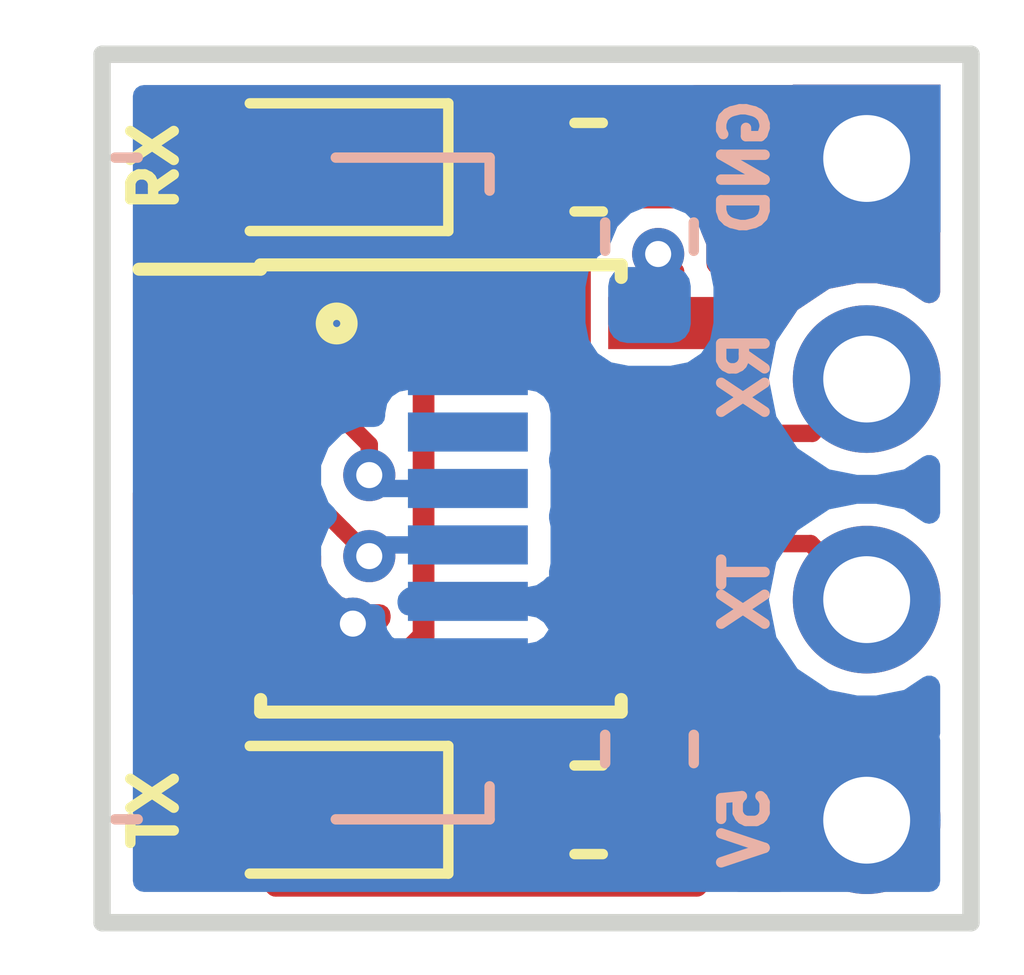
<source format=kicad_pcb>
(kicad_pcb (version 20171130) (host pcbnew 5.0.0)

  (general
    (thickness 1.6)
    (drawings 11)
    (tracks 47)
    (zones 0)
    (modules 9)
    (nets 12)
  )

  (page A4)
  (layers
    (0 F.Cu signal)
    (31 B.Cu signal)
    (32 B.Adhes user)
    (33 F.Adhes user)
    (34 B.Paste user)
    (35 F.Paste user)
    (36 B.SilkS user)
    (37 F.SilkS user)
    (38 B.Mask user)
    (39 F.Mask user)
    (40 Dwgs.User user)
    (41 Cmts.User user)
    (42 Eco1.User user)
    (43 Eco2.User user)
    (44 Edge.Cuts user)
    (45 Margin user)
    (46 B.CrtYd user)
    (47 F.CrtYd user)
    (48 B.Fab user hide)
    (49 F.Fab user hide)
  )

  (setup
    (last_trace_width 0.25)
    (user_trace_width 0.2)
    (user_trace_width 0.6)
    (user_trace_width 0.8)
    (trace_clearance 0.2)
    (zone_clearance 0.254)
    (zone_45_only no)
    (trace_min 0.2)
    (segment_width 0.2)
    (edge_width 0.15)
    (via_size 0.6)
    (via_drill 0.3)
    (via_min_size 0.3)
    (via_min_drill 0.3)
    (uvia_size 0.3)
    (uvia_drill 0.1)
    (uvias_allowed no)
    (uvia_min_size 0.2)
    (uvia_min_drill 0.1)
    (pcb_text_width 0.3)
    (pcb_text_size 1.5 1.5)
    (mod_edge_width 0.15)
    (mod_text_size 1 1)
    (mod_text_width 0.15)
    (pad_size 1.524 1.524)
    (pad_drill 0.762)
    (pad_to_mask_clearance 0.2)
    (aux_axis_origin 0 0)
    (visible_elements FFFFFF7F)
    (pcbplotparams
      (layerselection 0x010fc_ffffffff)
      (usegerberextensions false)
      (usegerberattributes false)
      (usegerberadvancedattributes false)
      (creategerberjobfile false)
      (excludeedgelayer true)
      (linewidth 0.100000)
      (plotframeref false)
      (viasonmask false)
      (mode 1)
      (useauxorigin false)
      (hpglpennumber 1)
      (hpglpenspeed 20)
      (hpglpendiameter 15.000000)
      (psnegative false)
      (psa4output false)
      (plotreference true)
      (plotvalue true)
      (plotinvisibletext false)
      (padsonsilk false)
      (subtractmaskfromsilk false)
      (outputformat 1)
      (mirror false)
      (drillshape 1)
      (scaleselection 1)
      (outputdirectory ""))
  )

  (net 0 "")
  (net 1 VBUS)
  (net 2 /D+)
  (net 3 /D-)
  (net 4 GND)
  (net 5 /RTS)
  (net 6 /TXD)
  (net 7 /RXD)
  (net 8 /V3)
  (net 9 "Net-(J1-Pad4)")
  (net 10 "Net-(D1-Pad1)")
  (net 11 "Net-(D2-Pad1)")

  (net_class Default "Dies ist die voreingestellte Netzklasse."
    (clearance 0.2)
    (trace_width 0.25)
    (via_dia 0.6)
    (via_drill 0.3)
    (uvia_dia 0.3)
    (uvia_drill 0.1)
    (add_net /D+)
    (add_net /D-)
    (add_net /RTS)
    (add_net /RXD)
    (add_net /TXD)
    (add_net /V3)
    (add_net GND)
    (add_net "Net-(D1-Pad1)")
    (add_net "Net-(D2-Pad1)")
    (add_net "Net-(J1-Pad4)")
    (add_net VBUS)
  )

  (module otter:PinHeader_1x04_P2.54mm_Vertica_WITHOUT_SILK (layer F.Cu) (tedit 5BD76E23) (tstamp 5BEDEAAA)
    (at 193.8 76.2)
    (descr "Through hole straight pin header, 1x04, 2.54mm pitch, single row")
    (tags "Through hole pin header THT 1x04 2.54mm single row")
    (path /5BD7A3B0)
    (fp_text reference J2 (at 0 -2.33) (layer F.SilkS) hide
      (effects (font (size 1 1) (thickness 0.15)))
    )
    (fp_text value Conn_01x04_Female (at 0 9.95) (layer F.Fab)
      (effects (font (size 1 1) (thickness 0.15)))
    )
    (fp_line (start -0.635 -1.27) (end 1.27 -1.27) (layer F.Fab) (width 0.1))
    (fp_line (start 1.27 -1.27) (end 1.27 8.89) (layer F.Fab) (width 0.1))
    (fp_line (start 1.27 8.89) (end -1.27 8.89) (layer F.Fab) (width 0.1))
    (fp_line (start -1.27 8.89) (end -1.27 -0.635) (layer F.Fab) (width 0.1))
    (fp_line (start -1.27 -0.635) (end -0.635 -1.27) (layer F.Fab) (width 0.1))
    (fp_line (start -1.8 -1.8) (end -1.8 9.4) (layer F.CrtYd) (width 0.05))
    (fp_line (start -1.8 9.4) (end 1.8 9.4) (layer F.CrtYd) (width 0.05))
    (fp_line (start 1.8 9.4) (end 1.8 -1.8) (layer F.CrtYd) (width 0.05))
    (fp_line (start 1.8 -1.8) (end -1.8 -1.8) (layer F.CrtYd) (width 0.05))
    (fp_text user %R (at 0 3.81 90) (layer F.Fab)
      (effects (font (size 1 1) (thickness 0.15)))
    )
    (pad 1 thru_hole rect (at 0 0) (size 1.7 1.7) (drill 1) (layers *.Cu *.Mask)
      (net 4 GND))
    (pad 2 thru_hole oval (at 0 2.54) (size 1.7 1.7) (drill 1) (layers *.Cu *.Mask)
      (net 7 /RXD))
    (pad 3 thru_hole oval (at 0 5.08) (size 1.7 1.7) (drill 1) (layers *.Cu *.Mask)
      (net 6 /TXD))
    (pad 4 thru_hole oval (at 0 7.62) (size 1.7 1.7) (drill 1) (layers *.Cu *.Mask)
      (net 1 VBUS))
    (model ${KISYS3DMOD}/Connector_PinHeader_2.54mm.3dshapes/PinHeader_1x04_P2.54mm_Vertical.wrl
      (at (xyz 0 0 0))
      (scale (xyz 1 1 1))
      (rotate (xyz 0 0 0))
    )
  )

  (module Capacitor_SMD:C_0603_1608Metric (layer B.Cu) (tedit 5BD76CA9) (tstamp 5BEDE679)
    (at 191.3 77.1 90)
    (descr "Capacitor SMD 0603 (1608 Metric), square (rectangular) end terminal, IPC_7351 nominal, (Body size source: http://www.tortai-tech.com/upload/download/2011102023233369053.pdf), generated with kicad-footprint-generator")
    (tags capacitor)
    (path /5BD79873)
    (attr smd)
    (fp_text reference C2 (at 0 1.43 90) (layer B.SilkS) hide
      (effects (font (size 1 1) (thickness 0.15)) (justify mirror))
    )
    (fp_text value 100n (at 0 -1.43 90) (layer B.Fab)
      (effects (font (size 1 1) (thickness 0.15)) (justify mirror))
    )
    (fp_text user %R (at 0 0 90) (layer B.Fab)
      (effects (font (size 0.4 0.4) (thickness 0.06)) (justify mirror))
    )
    (fp_line (start 1.48 -0.73) (end -1.48 -0.73) (layer B.CrtYd) (width 0.05))
    (fp_line (start 1.48 0.73) (end 1.48 -0.73) (layer B.CrtYd) (width 0.05))
    (fp_line (start -1.48 0.73) (end 1.48 0.73) (layer B.CrtYd) (width 0.05))
    (fp_line (start -1.48 -0.73) (end -1.48 0.73) (layer B.CrtYd) (width 0.05))
    (fp_line (start -0.162779 -0.51) (end 0.162779 -0.51) (layer B.SilkS) (width 0.12))
    (fp_line (start -0.162779 0.51) (end 0.162779 0.51) (layer B.SilkS) (width 0.12))
    (fp_line (start 0.8 -0.4) (end -0.8 -0.4) (layer B.Fab) (width 0.1))
    (fp_line (start 0.8 0.4) (end 0.8 -0.4) (layer B.Fab) (width 0.1))
    (fp_line (start -0.8 0.4) (end 0.8 0.4) (layer B.Fab) (width 0.1))
    (fp_line (start -0.8 -0.4) (end -0.8 0.4) (layer B.Fab) (width 0.1))
    (pad 2 smd roundrect (at 0.7875 0 90) (size 0.875 0.95) (layers B.Cu B.Paste B.Mask) (roundrect_rratio 0.25)
      (net 4 GND))
    (pad 1 smd roundrect (at -0.7875 0 90) (size 0.875 0.95) (layers B.Cu B.Paste B.Mask) (roundrect_rratio 0.25)
      (net 8 /V3))
    (model ${KISYS3DMOD}/Capacitor_SMD.3dshapes/C_0603_1608Metric.wrl
      (at (xyz 0 0 0))
      (scale (xyz 1 1 1))
      (rotate (xyz 0 0 0))
    )
  )

  (module Capacitor_SMD:C_0603_1608Metric (layer B.Cu) (tedit 5BD76CAE) (tstamp 5BEDE668)
    (at 191.3 83 270)
    (descr "Capacitor SMD 0603 (1608 Metric), square (rectangular) end terminal, IPC_7351 nominal, (Body size source: http://www.tortai-tech.com/upload/download/2011102023233369053.pdf), generated with kicad-footprint-generator")
    (tags capacitor)
    (path /5BD798A8)
    (attr smd)
    (fp_text reference C1 (at 0 1.43 270) (layer B.SilkS) hide
      (effects (font (size 1 1) (thickness 0.15)) (justify mirror))
    )
    (fp_text value 100n (at 0 -1.43 270) (layer B.Fab)
      (effects (font (size 1 1) (thickness 0.15)) (justify mirror))
    )
    (fp_line (start -0.8 -0.4) (end -0.8 0.4) (layer B.Fab) (width 0.1))
    (fp_line (start -0.8 0.4) (end 0.8 0.4) (layer B.Fab) (width 0.1))
    (fp_line (start 0.8 0.4) (end 0.8 -0.4) (layer B.Fab) (width 0.1))
    (fp_line (start 0.8 -0.4) (end -0.8 -0.4) (layer B.Fab) (width 0.1))
    (fp_line (start -0.162779 0.51) (end 0.162779 0.51) (layer B.SilkS) (width 0.12))
    (fp_line (start -0.162779 -0.51) (end 0.162779 -0.51) (layer B.SilkS) (width 0.12))
    (fp_line (start -1.48 -0.73) (end -1.48 0.73) (layer B.CrtYd) (width 0.05))
    (fp_line (start -1.48 0.73) (end 1.48 0.73) (layer B.CrtYd) (width 0.05))
    (fp_line (start 1.48 0.73) (end 1.48 -0.73) (layer B.CrtYd) (width 0.05))
    (fp_line (start 1.48 -0.73) (end -1.48 -0.73) (layer B.CrtYd) (width 0.05))
    (fp_text user %R (at 0 0 270) (layer B.Fab)
      (effects (font (size 0.4 0.4) (thickness 0.06)) (justify mirror))
    )
    (pad 1 smd roundrect (at -0.7875 0 270) (size 0.875 0.95) (layers B.Cu B.Paste B.Mask) (roundrect_rratio 0.25)
      (net 1 VBUS))
    (pad 2 smd roundrect (at 0.7875 0 270) (size 0.875 0.95) (layers B.Cu B.Paste B.Mask) (roundrect_rratio 0.25)
      (net 4 GND))
    (model ${KISYS3DMOD}/Capacitor_SMD.3dshapes/C_0603_1608Metric.wrl
      (at (xyz 0 0 0))
      (scale (xyz 1 1 1))
      (rotate (xyz 0 0 0))
    )
  )

  (module Connector_USB:USB_Micro-B_Molex_47346-0001 (layer B.Cu) (tedit 5BD76CBA) (tstamp 5BEDE657)
    (at 187.75 80 90)
    (descr "Micro USB B receptable with flange, bottom-mount, SMD, right-angle (http://www.molex.com/pdm_docs/sd/473460001_sd.pdf)")
    (tags "Micro B USB SMD")
    (path /5BD78D06)
    (attr smd)
    (fp_text reference J1 (at 0 3.3 270) (layer B.SilkS) hide
      (effects (font (size 1 1) (thickness 0.15)) (justify mirror))
    )
    (fp_text value USB_B_Micro (at 0 -4.6 -90) (layer B.Fab)
      (effects (font (size 1 1) (thickness 0.15)) (justify mirror))
    )
    (fp_text user "PCB Edge" (at 0 -2.67 -90) (layer Dwgs.User)
      (effects (font (size 0.4 0.4) (thickness 0.04)))
    )
    (fp_text user %R (at 0 -1.2 90) (layer B.Fab)
      (effects (font (size 1 1) (thickness 0.15)) (justify mirror))
    )
    (fp_line (start 3.81 1.71) (end 3.43 1.71) (layer B.SilkS) (width 0.12))
    (fp_line (start 4.6 -3.9) (end -4.6 -3.9) (layer B.CrtYd) (width 0.05))
    (fp_line (start 4.6 2.7) (end 4.6 -3.9) (layer B.CrtYd) (width 0.05))
    (fp_line (start -4.6 2.7) (end 4.6 2.7) (layer B.CrtYd) (width 0.05))
    (fp_line (start -4.6 -3.9) (end -4.6 2.7) (layer B.CrtYd) (width 0.05))
    (fp_line (start 3.75 -3.35) (end -3.75 -3.35) (layer B.Fab) (width 0.1))
    (fp_line (start 3.75 1.65) (end 3.75 -3.35) (layer B.Fab) (width 0.1))
    (fp_line (start -3.75 1.65) (end 3.75 1.65) (layer B.Fab) (width 0.1))
    (fp_line (start -3.75 -3.35) (end -3.75 1.65) (layer B.Fab) (width 0.1))
    (fp_line (start 3.81 -2.34) (end 3.81 -2.6) (layer B.SilkS) (width 0.12))
    (fp_line (start 3.81 1.71) (end 3.81 -0.06) (layer B.SilkS) (width 0.12))
    (fp_line (start -3.81 1.71) (end -3.43 1.71) (layer B.SilkS) (width 0.12))
    (fp_line (start -3.81 -0.06) (end -3.81 1.71) (layer B.SilkS) (width 0.12))
    (fp_line (start -3.81 -2.6) (end -3.81 -2.34) (layer B.SilkS) (width 0.12))
    (fp_line (start -3.25 -2.65) (end 3.25 -2.65) (layer B.Fab) (width 0.1))
    (pad 1 smd rect (at -1.3 1.46 90) (size 0.45 1.38) (layers B.Cu B.Paste B.Mask)
      (net 1 VBUS))
    (pad 2 smd rect (at -0.65 1.46 90) (size 0.45 1.38) (layers B.Cu B.Paste B.Mask)
      (net 3 /D-))
    (pad 3 smd rect (at 0 1.46 90) (size 0.45 1.38) (layers B.Cu B.Paste B.Mask)
      (net 2 /D+))
    (pad 4 smd rect (at 0.65 1.46 90) (size 0.45 1.38) (layers B.Cu B.Paste B.Mask)
      (net 9 "Net-(J1-Pad4)"))
    (pad 5 smd rect (at 1.3 1.46 90) (size 0.45 1.38) (layers B.Cu B.Paste B.Mask)
      (net 4 GND))
    (pad 6 smd rect (at -2.4625 1.1 90) (size 1.475 2.1) (layers B.Cu B.Paste B.Mask)
      (net 4 GND))
    (pad 6 smd rect (at 2.4625 1.1 90) (size 1.475 2.1) (layers B.Cu B.Paste B.Mask)
      (net 4 GND))
    (pad 6 smd rect (at -2.91 -1.2 90) (size 2.375 1.9) (layers B.Cu B.Paste B.Mask)
      (net 4 GND))
    (pad 6 smd rect (at 2.91 -1.2 90) (size 2.375 1.9) (layers B.Cu B.Paste B.Mask)
      (net 4 GND))
    (pad 6 smd rect (at -0.84 -1.2 90) (size 1.175 1.9) (layers B.Cu B.Paste B.Mask)
      (net 4 GND))
    (pad 6 smd rect (at 0.84 -1.2 90) (size 1.175 1.9) (layers B.Cu B.Paste B.Mask)
      (net 4 GND))
    (model ${KISYS3DMOD}/Connector_USB.3dshapes/USB_Micro-B_Molex_47346-0001.wrl
      (at (xyz 0 0 0))
      (scale (xyz 1 1 1))
      (rotate (xyz 0 0 0))
    )
  )

  (module LED_SMD:LED_0603_1608Metric (layer F.Cu) (tedit 5BD76C95) (tstamp 5BEDE637)
    (at 187.5 76.3 180)
    (descr "LED SMD 0603 (1608 Metric), square (rectangular) end terminal, IPC_7351 nominal, (Body size source: http://www.tortai-tech.com/upload/download/2011102023233369053.pdf), generated with kicad-footprint-generator")
    (tags diode)
    (path /5BD79AA4)
    (attr smd)
    (fp_text reference D2 (at 0 -1.43 180) (layer F.SilkS) hide
      (effects (font (size 1 1) (thickness 0.15)))
    )
    (fp_text value LED (at 0 1.43 180) (layer F.Fab)
      (effects (font (size 1 1) (thickness 0.15)))
    )
    (fp_text user %R (at 0 0 180) (layer F.Fab)
      (effects (font (size 0.4 0.4) (thickness 0.06)))
    )
    (fp_line (start 1.48 0.73) (end -1.48 0.73) (layer F.CrtYd) (width 0.05))
    (fp_line (start 1.48 -0.73) (end 1.48 0.73) (layer F.CrtYd) (width 0.05))
    (fp_line (start -1.48 -0.73) (end 1.48 -0.73) (layer F.CrtYd) (width 0.05))
    (fp_line (start -1.48 0.73) (end -1.48 -0.73) (layer F.CrtYd) (width 0.05))
    (fp_line (start -1.485 0.735) (end 0.8 0.735) (layer F.SilkS) (width 0.12))
    (fp_line (start -1.485 -0.735) (end -1.485 0.735) (layer F.SilkS) (width 0.12))
    (fp_line (start 0.8 -0.735) (end -1.485 -0.735) (layer F.SilkS) (width 0.12))
    (fp_line (start 0.8 0.4) (end 0.8 -0.4) (layer F.Fab) (width 0.1))
    (fp_line (start -0.8 0.4) (end 0.8 0.4) (layer F.Fab) (width 0.1))
    (fp_line (start -0.8 -0.1) (end -0.8 0.4) (layer F.Fab) (width 0.1))
    (fp_line (start -0.5 -0.4) (end -0.8 -0.1) (layer F.Fab) (width 0.1))
    (fp_line (start 0.8 -0.4) (end -0.5 -0.4) (layer F.Fab) (width 0.1))
    (pad 2 smd roundrect (at 0.7875 0 180) (size 0.875 0.95) (layers F.Cu F.Paste F.Mask) (roundrect_rratio 0.25)
      (net 1 VBUS))
    (pad 1 smd roundrect (at -0.7875 0 180) (size 0.875 0.95) (layers F.Cu F.Paste F.Mask) (roundrect_rratio 0.25)
      (net 11 "Net-(D2-Pad1)"))
    (model ${KISYS3DMOD}/LED_SMD.3dshapes/LED_0603_1608Metric.wrl
      (at (xyz 0 0 0))
      (scale (xyz 1 1 1))
      (rotate (xyz 0 0 0))
    )
  )

  (module LED_SMD:LED_0603_1608Metric (layer F.Cu) (tedit 5BD76C7A) (tstamp 5BEDE624)
    (at 187.5 83.7 180)
    (descr "LED SMD 0603 (1608 Metric), square (rectangular) end terminal, IPC_7351 nominal, (Body size source: http://www.tortai-tech.com/upload/download/2011102023233369053.pdf), generated with kicad-footprint-generator")
    (tags diode)
    (path /5BD79A4F)
    (attr smd)
    (fp_text reference D1 (at 0 -1.43 180) (layer F.SilkS) hide
      (effects (font (size 1 1) (thickness 0.15)))
    )
    (fp_text value LED (at 0 1.43 180) (layer F.Fab)
      (effects (font (size 1 1) (thickness 0.15)))
    )
    (fp_line (start 0.8 -0.4) (end -0.5 -0.4) (layer F.Fab) (width 0.1))
    (fp_line (start -0.5 -0.4) (end -0.8 -0.1) (layer F.Fab) (width 0.1))
    (fp_line (start -0.8 -0.1) (end -0.8 0.4) (layer F.Fab) (width 0.1))
    (fp_line (start -0.8 0.4) (end 0.8 0.4) (layer F.Fab) (width 0.1))
    (fp_line (start 0.8 0.4) (end 0.8 -0.4) (layer F.Fab) (width 0.1))
    (fp_line (start 0.8 -0.735) (end -1.485 -0.735) (layer F.SilkS) (width 0.12))
    (fp_line (start -1.485 -0.735) (end -1.485 0.735) (layer F.SilkS) (width 0.12))
    (fp_line (start -1.485 0.735) (end 0.8 0.735) (layer F.SilkS) (width 0.12))
    (fp_line (start -1.48 0.73) (end -1.48 -0.73) (layer F.CrtYd) (width 0.05))
    (fp_line (start -1.48 -0.73) (end 1.48 -0.73) (layer F.CrtYd) (width 0.05))
    (fp_line (start 1.48 -0.73) (end 1.48 0.73) (layer F.CrtYd) (width 0.05))
    (fp_line (start 1.48 0.73) (end -1.48 0.73) (layer F.CrtYd) (width 0.05))
    (fp_text user %R (at 0 0 180) (layer F.Fab)
      (effects (font (size 0.4 0.4) (thickness 0.06)))
    )
    (pad 1 smd roundrect (at -0.7875 0 180) (size 0.875 0.95) (layers F.Cu F.Paste F.Mask) (roundrect_rratio 0.25)
      (net 10 "Net-(D1-Pad1)"))
    (pad 2 smd roundrect (at 0.7875 0 180) (size 0.875 0.95) (layers F.Cu F.Paste F.Mask) (roundrect_rratio 0.25)
      (net 1 VBUS))
    (model ${KISYS3DMOD}/LED_SMD.3dshapes/LED_0603_1608Metric.wrl
      (at (xyz 0 0 0))
      (scale (xyz 1 1 1))
      (rotate (xyz 0 0 0))
    )
  )

  (module Package_SO:SOIC-8_3.9x4.9mm_P1.27mm (layer F.Cu) (tedit 5BD76CA1) (tstamp 5BEDE611)
    (at 188.9 80)
    (descr "8-Lead Plastic Small Outline (SN) - Narrow, 3.90 mm Body [SOIC] (see Microchip Packaging Specification 00000049BS.pdf)")
    (tags "SOIC 1.27")
    (path /5BD7958F)
    (attr smd)
    (fp_text reference U1 (at 0 -3.5) (layer F.SilkS) hide
      (effects (font (size 1 1) (thickness 0.15)))
    )
    (fp_text value CH330 (at 0 3.5) (layer F.Fab)
      (effects (font (size 1 1) (thickness 0.15)))
    )
    (fp_text user %R (at 0 0) (layer F.Fab)
      (effects (font (size 1 1) (thickness 0.15)))
    )
    (fp_line (start -0.95 -2.45) (end 1.95 -2.45) (layer F.Fab) (width 0.1))
    (fp_line (start 1.95 -2.45) (end 1.95 2.45) (layer F.Fab) (width 0.1))
    (fp_line (start 1.95 2.45) (end -1.95 2.45) (layer F.Fab) (width 0.1))
    (fp_line (start -1.95 2.45) (end -1.95 -1.45) (layer F.Fab) (width 0.1))
    (fp_line (start -1.95 -1.45) (end -0.95 -2.45) (layer F.Fab) (width 0.1))
    (fp_line (start -3.73 -2.7) (end -3.73 2.7) (layer F.CrtYd) (width 0.05))
    (fp_line (start 3.73 -2.7) (end 3.73 2.7) (layer F.CrtYd) (width 0.05))
    (fp_line (start -3.73 -2.7) (end 3.73 -2.7) (layer F.CrtYd) (width 0.05))
    (fp_line (start -3.73 2.7) (end 3.73 2.7) (layer F.CrtYd) (width 0.05))
    (fp_line (start -2.075 -2.575) (end -2.075 -2.525) (layer F.SilkS) (width 0.15))
    (fp_line (start 2.075 -2.575) (end 2.075 -2.43) (layer F.SilkS) (width 0.15))
    (fp_line (start 2.075 2.575) (end 2.075 2.43) (layer F.SilkS) (width 0.15))
    (fp_line (start -2.075 2.575) (end -2.075 2.43) (layer F.SilkS) (width 0.15))
    (fp_line (start -2.075 -2.575) (end 2.075 -2.575) (layer F.SilkS) (width 0.15))
    (fp_line (start -2.075 2.575) (end 2.075 2.575) (layer F.SilkS) (width 0.15))
    (fp_line (start -2.075 -2.525) (end -3.475 -2.525) (layer F.SilkS) (width 0.15))
    (pad 1 smd rect (at -2.7 -1.905) (size 1.55 0.6) (layers F.Cu F.Paste F.Mask)
      (net 2 /D+))
    (pad 2 smd rect (at -2.7 -0.635) (size 1.55 0.6) (layers F.Cu F.Paste F.Mask)
      (net 3 /D-))
    (pad 3 smd rect (at -2.7 0.635) (size 1.55 0.6) (layers F.Cu F.Paste F.Mask)
      (net 4 GND))
    (pad 4 smd rect (at -2.7 1.905) (size 1.55 0.6) (layers F.Cu F.Paste F.Mask)
      (net 5 /RTS))
    (pad 5 smd rect (at 2.7 1.905) (size 1.55 0.6) (layers F.Cu F.Paste F.Mask)
      (net 1 VBUS))
    (pad 6 smd rect (at 2.7 0.635) (size 1.55 0.6) (layers F.Cu F.Paste F.Mask)
      (net 6 /TXD))
    (pad 7 smd rect (at 2.7 -0.635) (size 1.55 0.6) (layers F.Cu F.Paste F.Mask)
      (net 7 /RXD))
    (pad 8 smd rect (at 2.7 -1.905) (size 1.55 0.6) (layers F.Cu F.Paste F.Mask)
      (net 8 /V3))
    (model ${KISYS3DMOD}/Package_SO.3dshapes/SOIC-8_3.9x4.9mm_P1.27mm.wrl
      (at (xyz 0 0 0))
      (scale (xyz 1 1 1))
      (rotate (xyz 0 0 0))
    )
  )

  (module Resistor_SMD:R_0603_1608Metric (layer F.Cu) (tedit 5BD76C9A) (tstamp 5BEDE5F4)
    (at 190.6 76.3)
    (descr "Resistor SMD 0603 (1608 Metric), square (rectangular) end terminal, IPC_7351 nominal, (Body size source: http://www.tortai-tech.com/upload/download/2011102023233369053.pdf), generated with kicad-footprint-generator")
    (tags resistor)
    (path /5BD79C11)
    (attr smd)
    (fp_text reference R2 (at 0 -1.43) (layer F.SilkS) hide
      (effects (font (size 1 1) (thickness 0.15)))
    )
    (fp_text value 220 (at 0 1.43) (layer F.Fab)
      (effects (font (size 1 1) (thickness 0.15)))
    )
    (fp_text user %R (at 0 0) (layer F.Fab)
      (effects (font (size 0.4 0.4) (thickness 0.06)))
    )
    (fp_line (start 1.48 0.73) (end -1.48 0.73) (layer F.CrtYd) (width 0.05))
    (fp_line (start 1.48 -0.73) (end 1.48 0.73) (layer F.CrtYd) (width 0.05))
    (fp_line (start -1.48 -0.73) (end 1.48 -0.73) (layer F.CrtYd) (width 0.05))
    (fp_line (start -1.48 0.73) (end -1.48 -0.73) (layer F.CrtYd) (width 0.05))
    (fp_line (start -0.162779 0.51) (end 0.162779 0.51) (layer F.SilkS) (width 0.12))
    (fp_line (start -0.162779 -0.51) (end 0.162779 -0.51) (layer F.SilkS) (width 0.12))
    (fp_line (start 0.8 0.4) (end -0.8 0.4) (layer F.Fab) (width 0.1))
    (fp_line (start 0.8 -0.4) (end 0.8 0.4) (layer F.Fab) (width 0.1))
    (fp_line (start -0.8 -0.4) (end 0.8 -0.4) (layer F.Fab) (width 0.1))
    (fp_line (start -0.8 0.4) (end -0.8 -0.4) (layer F.Fab) (width 0.1))
    (pad 2 smd roundrect (at 0.7875 0) (size 0.875 0.95) (layers F.Cu F.Paste F.Mask) (roundrect_rratio 0.25)
      (net 7 /RXD))
    (pad 1 smd roundrect (at -0.7875 0) (size 0.875 0.95) (layers F.Cu F.Paste F.Mask) (roundrect_rratio 0.25)
      (net 11 "Net-(D2-Pad1)"))
    (model ${KISYS3DMOD}/Resistor_SMD.3dshapes/R_0603_1608Metric.wrl
      (at (xyz 0 0 0))
      (scale (xyz 1 1 1))
      (rotate (xyz 0 0 0))
    )
  )

  (module Resistor_SMD:R_0603_1608Metric (layer F.Cu) (tedit 5BD76C90) (tstamp 5BEDE5E3)
    (at 190.6 83.7)
    (descr "Resistor SMD 0603 (1608 Metric), square (rectangular) end terminal, IPC_7351 nominal, (Body size source: http://www.tortai-tech.com/upload/download/2011102023233369053.pdf), generated with kicad-footprint-generator")
    (tags resistor)
    (path /5BD79BD2)
    (attr smd)
    (fp_text reference R1 (at 0 -1.43) (layer F.SilkS) hide
      (effects (font (size 1 1) (thickness 0.15)))
    )
    (fp_text value 220 (at 0 1.43) (layer F.Fab)
      (effects (font (size 1 1) (thickness 0.15)))
    )
    (fp_line (start -0.8 0.4) (end -0.8 -0.4) (layer F.Fab) (width 0.1))
    (fp_line (start -0.8 -0.4) (end 0.8 -0.4) (layer F.Fab) (width 0.1))
    (fp_line (start 0.8 -0.4) (end 0.8 0.4) (layer F.Fab) (width 0.1))
    (fp_line (start 0.8 0.4) (end -0.8 0.4) (layer F.Fab) (width 0.1))
    (fp_line (start -0.162779 -0.51) (end 0.162779 -0.51) (layer F.SilkS) (width 0.12))
    (fp_line (start -0.162779 0.51) (end 0.162779 0.51) (layer F.SilkS) (width 0.12))
    (fp_line (start -1.48 0.73) (end -1.48 -0.73) (layer F.CrtYd) (width 0.05))
    (fp_line (start -1.48 -0.73) (end 1.48 -0.73) (layer F.CrtYd) (width 0.05))
    (fp_line (start 1.48 -0.73) (end 1.48 0.73) (layer F.CrtYd) (width 0.05))
    (fp_line (start 1.48 0.73) (end -1.48 0.73) (layer F.CrtYd) (width 0.05))
    (fp_text user %R (at 0 0) (layer F.Fab)
      (effects (font (size 0.4 0.4) (thickness 0.06)))
    )
    (pad 1 smd roundrect (at -0.7875 0) (size 0.875 0.95) (layers F.Cu F.Paste F.Mask) (roundrect_rratio 0.25)
      (net 10 "Net-(D1-Pad1)"))
    (pad 2 smd roundrect (at 0.7875 0) (size 0.875 0.95) (layers F.Cu F.Paste F.Mask) (roundrect_rratio 0.25)
      (net 6 /TXD))
    (model ${KISYS3DMOD}/Resistor_SMD.3dshapes/R_0603_1608Metric.wrl
      (at (xyz 0 0 0))
      (scale (xyz 1 1 1))
      (rotate (xyz 0 0 0))
    )
  )

  (gr_text TX (at 192.4 81.2 90) (layer B.SilkS)
    (effects (font (size 0.5 0.5) (thickness 0.12)) (justify mirror))
  )
  (gr_text RX (at 192.4 78.7 90) (layer B.SilkS)
    (effects (font (size 0.5 0.5) (thickness 0.12)) (justify mirror))
  )
  (gr_text GND (at 192.4 76.3 90) (layer B.SilkS)
    (effects (font (size 0.5 0.5) (thickness 0.12)) (justify mirror))
  )
  (gr_text 5V (at 192.4 83.9 90) (layer B.SilkS)
    (effects (font (size 0.5 0.5) (thickness 0.12)) (justify mirror))
  )
  (gr_circle (center 187.7 78.1) (end 187.8 78.2) (layer F.SilkS) (width 0.2))
  (gr_text RX (at 185.6 76.3 90) (layer F.SilkS)
    (effects (font (size 0.5 0.5) (thickness 0.12)))
  )
  (gr_text TX (at 185.6 83.7 90) (layer F.SilkS)
    (effects (font (size 0.5 0.5) (thickness 0.12)))
  )
  (gr_line (start 195 75) (end 195 85) (layer Edge.Cuts) (width 0.2))
  (gr_line (start 185 75) (end 195 75) (layer Edge.Cuts) (width 0.2))
  (gr_line (start 185 85) (end 185 75) (layer Edge.Cuts) (width 0.2))
  (gr_line (start 195 85) (end 185 85) (layer Edge.Cuts) (width 0.2))

  (segment (start 191.885 81.905) (end 193.8 83.82) (width 0.6) (layer F.Cu) (net 1))
  (segment (start 191.6 81.905) (end 191.885 81.905) (width 0.6) (layer F.Cu) (net 1))
  (segment (start 191.842929 84.57499) (end 192.597919 83.82) (width 0.25) (layer F.Cu) (net 1))
  (segment (start 186.99999 84.57499) (end 191.842929 84.57499) (width 0.25) (layer F.Cu) (net 1))
  (segment (start 186.7 84.275) (end 186.99999 84.57499) (width 0.25) (layer F.Cu) (net 1))
  (segment (start 188.7 78.8625) (end 188.7 81.7) (width 0.25) (layer F.Cu) (net 1))
  (segment (start 186.7 83.7) (end 186.7 84.275) (width 0.25) (layer F.Cu) (net 1))
  (segment (start 186.7125 76.3) (end 186.7125 76.875) (width 0.25) (layer F.Cu) (net 1))
  (segment (start 192.597919 83.82) (end 193.8 83.82) (width 0.25) (layer F.Cu) (net 1))
  (segment (start 188.7 81.7) (end 186.7 83.7) (width 0.25) (layer F.Cu) (net 1))
  (segment (start 186.7125 76.875) (end 188.7 78.8625) (width 0.25) (layer F.Cu) (net 1))
  (segment (start 186.675 78.095) (end 188.07499 79.49499) (width 0.2) (layer F.Cu) (net 2))
  (segment (start 189.21 80) (end 188.229211 80) (width 0.2) (layer B.Cu) (net 2))
  (segment (start 188.229211 80) (end 188.07499 79.845779) (width 0.2) (layer B.Cu) (net 2))
  (segment (start 186.2 78.095) (end 186.675 78.095) (width 0.2) (layer F.Cu) (net 2))
  (segment (start 188.07499 79.49499) (end 188.07499 79.845779) (width 0.2) (layer F.Cu) (net 2))
  (via (at 188.07499 79.845779) (size 0.6) (drill 0.3) (layers F.Cu B.Cu) (net 2))
  (segment (start 187.774991 80.478908) (end 188.07499 80.778907) (width 0.2) (layer F.Cu) (net 3))
  (segment (start 189.21 80.65) (end 188.203897 80.65) (width 0.2) (layer B.Cu) (net 3))
  (segment (start 186.675 79.365) (end 187.175 79.865) (width 0.2) (layer F.Cu) (net 3))
  (segment (start 187.175 79.865) (end 187.175 79.878917) (width 0.2) (layer F.Cu) (net 3))
  (segment (start 187.175 79.878917) (end 187.774991 80.478908) (width 0.2) (layer F.Cu) (net 3))
  (segment (start 186.2 79.365) (end 186.675 79.365) (width 0.2) (layer F.Cu) (net 3))
  (segment (start 188.203897 80.65) (end 188.07499 80.778907) (width 0.2) (layer B.Cu) (net 3))
  (via (at 188.07499 80.778907) (size 0.6) (drill 0.3) (layers F.Cu B.Cu) (net 3))
  (via (at 187.886325 81.556355) (size 0.6) (drill 0.3) (layers F.Cu B.Cu) (net 4))
  (segment (start 189.8125 83.7) (end 188.275 83.7) (width 0.2) (layer F.Cu) (net 10))
  (segment (start 188.2875 76.3) (end 189.8125 76.3) (width 0.2) (layer F.Cu) (net 11))
  (segment (start 193.155 80.635) (end 193.8 81.28) (width 0.2) (layer F.Cu) (net 6))
  (segment (start 191.6 80.635) (end 193.155 80.635) (width 0.2) (layer F.Cu) (net 6))
  (segment (start 190.925888 83.338388) (end 191.3875 83.8) (width 0.2) (layer F.Cu) (net 6))
  (segment (start 190.4 82.8125) (end 190.925888 83.338388) (width 0.2) (layer F.Cu) (net 6))
  (segment (start 191.6 80.635) (end 191.125 80.635) (width 0.2) (layer F.Cu) (net 6))
  (segment (start 190.4 81.36) (end 190.4 82.8125) (width 0.2) (layer F.Cu) (net 6))
  (segment (start 191.125 80.635) (end 190.4 81.36) (width 0.2) (layer F.Cu) (net 6))
  (segment (start 193.175 79.365) (end 193.8 78.74) (width 0.2) (layer F.Cu) (net 7))
  (segment (start 191.6 79.365) (end 193.175 79.365) (width 0.2) (layer F.Cu) (net 7))
  (segment (start 190.925888 76.561612) (end 191.3875 76.1) (width 0.2) (layer F.Cu) (net 7))
  (segment (start 190.524999 78.764999) (end 190.524999 76.962501) (width 0.2) (layer F.Cu) (net 7))
  (segment (start 190.524999 76.962501) (end 190.925888 76.561612) (width 0.2) (layer F.Cu) (net 7))
  (segment (start 191.125 79.365) (end 190.524999 78.764999) (width 0.2) (layer F.Cu) (net 7))
  (segment (start 191.6 79.365) (end 191.125 79.365) (width 0.2) (layer F.Cu) (net 7))
  (via (at 191.4 77.3) (size 0.6) (drill 0.3) (layers F.Cu B.Cu) (net 8))
  (segment (start 191.6 78.095) (end 191.6 77.5) (width 0.2) (layer F.Cu) (net 8))
  (segment (start 191.6 77.5) (end 191.4 77.3) (width 0.2) (layer F.Cu) (net 8))
  (segment (start 191.4 77.7875) (end 191.3 77.8875) (width 0.2) (layer B.Cu) (net 8))
  (segment (start 191.4 77.3) (end 191.4 77.7875) (width 0.2) (layer B.Cu) (net 8))

  (zone (net 1) (net_name VBUS) (layer B.Cu) (tstamp 0) (hatch edge 0.508)
    (connect_pads yes (clearance 0.254))
    (min_thickness 0.254)
    (fill yes (arc_segments 16) (thermal_gap 0.254) (thermal_bridge_width 0.508))
    (polygon
      (pts
        (xy 193 82.6) (xy 194.4 82.6) (xy 194.9 83.1) (xy 194.9 84.9) (xy 192.2 84.9)
        (xy 192.2 83.1) (xy 190.5 83.1) (xy 190.5 82.1) (xy 188.4 81.6) (xy 188.4 81)
        (xy 191.4 81)
      )
    )
    (filled_polygon
      (pts
        (xy 192.910197 82.689803) (xy 192.951399 82.717333) (xy 193 82.727) (xy 194.347394 82.727) (xy 194.519001 82.898607)
        (xy 194.519001 84.519) (xy 192.327 84.519) (xy 192.327 83.1) (xy 192.317333 83.051399) (xy 192.289803 83.010197)
        (xy 192.248601 82.982667) (xy 192.2 82.973) (xy 191.776726 82.973) (xy 191.65625 82.949036) (xy 191.14375 82.949036)
        (xy 191.023274 82.973) (xy 190.627 82.973) (xy 190.627 82.1) (xy 190.617333 82.051399) (xy 190.589803 82.010197)
        (xy 190.529416 81.976454) (xy 190.288464 81.919084) (xy 190.288464 81.725) (xy 190.258894 81.576341) (xy 190.174686 81.450314)
        (xy 190.048659 81.366106) (xy 189.9 81.336536) (xy 188.532382 81.336536) (xy 188.527 81.323543) (xy 188.527 81.289977)
        (xy 188.553513 81.263464) (xy 189.9 81.263464) (xy 190.048659 81.233894) (xy 190.174686 81.149686) (xy 190.189844 81.127)
        (xy 191.347394 81.127)
      )
    )
  )
  (zone (net 4) (net_name GND) (layer F.Cu) (tstamp 0) (hatch edge 0.508)
    (connect_pads yes (clearance 0.254))
    (min_thickness 0.254)
    (fill yes (arc_segments 16) (thermal_gap 0.254) (thermal_bridge_width 0.508))
    (polygon
      (pts
        (xy 184.7 74.7) (xy 184.7 85.3) (xy 195.4 85.3) (xy 195.4 74.7)
      )
    )
    (filled_polygon
      (pts
        (xy 186.773361 80.143597) (xy 186.828219 80.225698) (xy 186.868379 80.252532) (xy 187.39399 80.778143) (xy 187.39399 80.914366)
        (xy 187.497666 81.164663) (xy 187.689234 81.356231) (xy 187.939531 81.459907) (xy 188.194001 81.459907) (xy 188.194001 81.490407)
        (xy 187.334675 82.349734) (xy 187.363464 82.205) (xy 187.363464 81.605) (xy 187.333894 81.456341) (xy 187.249686 81.330314)
        (xy 187.123659 81.246106) (xy 186.975 81.216536) (xy 185.481 81.216536) (xy 185.481 80.053464) (xy 186.683227 80.053464)
      )
    )
    (filled_polygon
      (pts
        (xy 194.519 77.73991) (xy 194.280312 77.580424) (xy 193.921239 77.509) (xy 193.678761 77.509) (xy 193.319688 77.580424)
        (xy 192.912499 77.852499) (xy 192.763464 78.075546) (xy 192.763464 77.795) (xy 192.733894 77.646341) (xy 192.649686 77.520314)
        (xy 192.523659 77.436106) (xy 192.375 77.406536) (xy 192.081 77.406536) (xy 192.081 77.164541) (xy 192.013114 77.00065)
        (xy 192.035615 76.985615) (xy 192.167243 76.788621) (xy 192.213464 76.55625) (xy 192.213464 76.04375) (xy 192.167243 75.811379)
        (xy 192.035615 75.614385) (xy 191.838621 75.482757) (xy 191.829788 75.481) (xy 194.519 75.481)
      )
    )
  )
  (zone (net 4) (net_name GND) (layer B.Cu) (tstamp 5BEE080A) (hatch edge 0.508)
    (connect_pads yes (clearance 0.254))
    (min_thickness 0.254)
    (fill yes (arc_segments 16) (thermal_gap 0.254) (thermal_bridge_width 0.508))
    (polygon
      (pts
        (xy 184.7 74.7) (xy 184.7 85.3) (xy 195.4 85.3) (xy 195.4 74.7)
      )
    )
    (filled_polygon
      (pts
        (xy 194.519 77.73991) (xy 194.280312 77.580424) (xy 193.921239 77.509) (xy 193.678761 77.509) (xy 193.319688 77.580424)
        (xy 192.912499 77.852499) (xy 192.640424 78.259688) (xy 192.544884 78.74) (xy 192.640424 79.220312) (xy 192.912499 79.627501)
        (xy 193.319688 79.899576) (xy 193.678761 79.971) (xy 193.921239 79.971) (xy 194.280312 79.899576) (xy 194.519 79.740089)
        (xy 194.519001 80.279911) (xy 194.280312 80.120424) (xy 193.921239 80.049) (xy 193.678761 80.049) (xy 193.319688 80.120424)
        (xy 192.912499 80.392499) (xy 192.640424 80.799688) (xy 192.544884 81.28) (xy 192.640424 81.760312) (xy 192.912499 82.167501)
        (xy 193.319688 82.439576) (xy 193.678761 82.511) (xy 193.921239 82.511) (xy 194.280312 82.439576) (xy 194.519001 82.280089)
        (xy 194.519001 82.819911) (xy 194.280312 82.660424) (xy 193.921239 82.589) (xy 193.678761 82.589) (xy 193.319688 82.660424)
        (xy 192.912499 82.932499) (xy 192.640424 83.339688) (xy 192.544884 83.82) (xy 192.640424 84.300312) (xy 192.786547 84.519)
        (xy 185.481 84.519) (xy 185.481 81.98125) (xy 190.536536 81.98125) (xy 190.536536 82.41875) (xy 190.582757 82.651121)
        (xy 190.714385 82.848115) (xy 190.911379 82.979743) (xy 191.14375 83.025964) (xy 191.65625 83.025964) (xy 191.888621 82.979743)
        (xy 192.085615 82.848115) (xy 192.217243 82.651121) (xy 192.263464 82.41875) (xy 192.263464 81.98125) (xy 192.217243 81.748879)
        (xy 192.085615 81.551885) (xy 191.888621 81.420257) (xy 191.65625 81.374036) (xy 191.14375 81.374036) (xy 190.911379 81.420257)
        (xy 190.714385 81.551885) (xy 190.582757 81.748879) (xy 190.536536 81.98125) (xy 185.481 81.98125) (xy 185.481 79.71032)
        (xy 187.39399 79.71032) (xy 187.39399 79.981238) (xy 187.497666 80.231535) (xy 187.578474 80.312343) (xy 187.497666 80.393151)
        (xy 187.39399 80.643448) (xy 187.39399 80.914366) (xy 187.497666 81.164663) (xy 187.689234 81.356231) (xy 187.939531 81.459907)
        (xy 188.131536 81.459907) (xy 188.131536 81.525) (xy 188.161106 81.673659) (xy 188.245314 81.799686) (xy 188.371341 81.883894)
        (xy 188.52 81.913464) (xy 189.9 81.913464) (xy 190.048659 81.883894) (xy 190.174686 81.799686) (xy 190.258894 81.673659)
        (xy 190.288464 81.525) (xy 190.288464 81.075) (xy 190.268573 80.975) (xy 190.288464 80.875) (xy 190.288464 80.425)
        (xy 190.268573 80.325) (xy 190.288464 80.225) (xy 190.288464 79.775) (xy 190.268573 79.675) (xy 190.288464 79.575)
        (xy 190.288464 79.125) (xy 190.258894 78.976341) (xy 190.174686 78.850314) (xy 190.048659 78.766106) (xy 189.9 78.736536)
        (xy 188.52 78.736536) (xy 188.371341 78.766106) (xy 188.245314 78.850314) (xy 188.161106 78.976341) (xy 188.131536 79.125)
        (xy 188.131536 79.164779) (xy 187.939531 79.164779) (xy 187.689234 79.268455) (xy 187.497666 79.460023) (xy 187.39399 79.71032)
        (xy 185.481 79.71032) (xy 185.481 77.66875) (xy 190.436536 77.66875) (xy 190.436536 78.10625) (xy 190.482757 78.338621)
        (xy 190.614385 78.535615) (xy 190.811379 78.667243) (xy 191.04375 78.713464) (xy 191.55625 78.713464) (xy 191.788621 78.667243)
        (xy 191.985615 78.535615) (xy 192.117243 78.338621) (xy 192.163464 78.10625) (xy 192.163464 77.66875) (xy 192.117243 77.436379)
        (xy 192.081 77.382138) (xy 192.081 77.164541) (xy 191.977324 76.914244) (xy 191.785756 76.722676) (xy 191.535459 76.619)
        (xy 191.264541 76.619) (xy 191.014244 76.722676) (xy 190.822676 76.914244) (xy 190.719 77.164541) (xy 190.719 77.169483)
        (xy 190.614385 77.239385) (xy 190.482757 77.436379) (xy 190.436536 77.66875) (xy 185.481 77.66875) (xy 185.481 75.481)
        (xy 194.519 75.481)
      )
    )
  )
)

</source>
